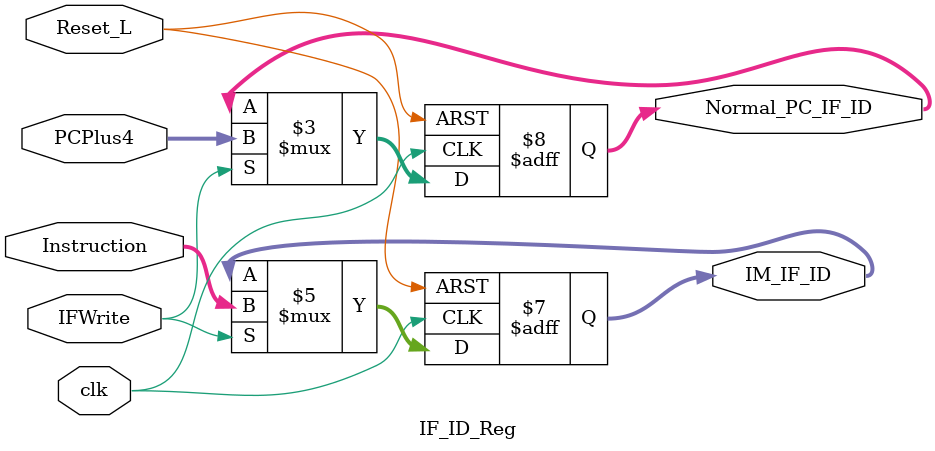
<source format=v>
`timescale 1ns / 1ps


module IF_ID_Reg(
    input clk, 
    input Reset_L,
    input [31:0] Instruction, 
    input [31:0] PCPlus4,
    input IFWrite,
    output reg [31:0] IM_IF_ID,
    output reg [31:0] Normal_PC_IF_ID 
    );
    
    always @ (negedge clk or negedge Reset_L) begin
    if(~Reset_L) begin
        IM_IF_ID <= 32'b0;
        Normal_PC_IF_ID <= 32'b0;
    end
    else if(IFWrite) begin
        IM_IF_ID <= Instruction;
        Normal_PC_IF_ID <= PCPlus4;
    end
    end
endmodule

</source>
